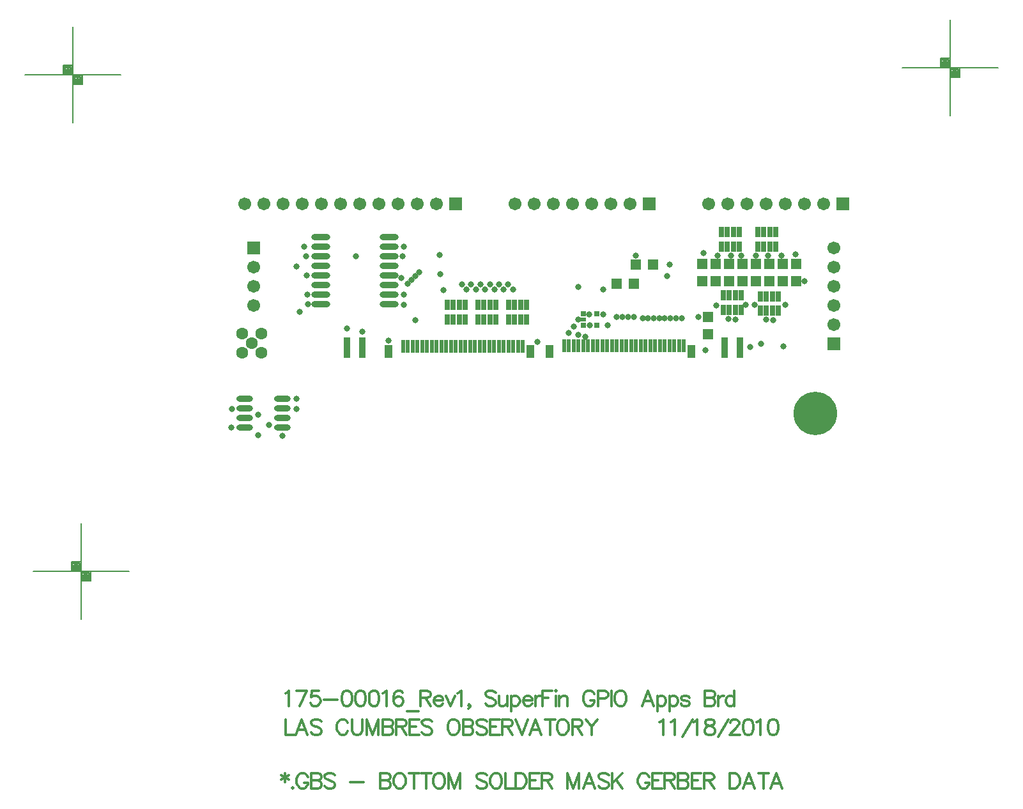
<source format=gbs>
%FSLAX23Y23*%
%MOIN*%
G70*
G01*
G75*
G04 Layer_Color=16711935*
%ADD10R,0.030X0.060*%
%ADD11R,0.048X0.078*%
%ADD12O,0.098X0.028*%
%ADD13R,0.031X0.060*%
%ADD14R,0.014X0.060*%
%ADD15R,0.030X0.100*%
%ADD16R,0.039X0.059*%
%ADD17R,0.050X0.050*%
%ADD18R,0.050X0.050*%
%ADD19C,0.020*%
%ADD20C,0.005*%
%ADD21C,0.010*%
%ADD22C,0.012*%
%ADD23C,0.008*%
%ADD24C,0.012*%
%ADD25C,0.012*%
%ADD26C,0.055*%
%ADD27C,0.059*%
%ADD28R,0.059X0.059*%
%ADD29R,0.059X0.059*%
%ADD30C,0.219*%
%ADD31C,0.024*%
%ADD32C,0.040*%
G04:AMPARAMS|DCode=33|XSize=93.465mil|YSize=93.465mil|CornerRadius=0mil|HoleSize=0mil|Usage=FLASHONLY|Rotation=0.000|XOffset=0mil|YOffset=0mil|HoleType=Round|Shape=Relief|Width=10mil|Gap=10mil|Entries=4|*
%AMTHD33*
7,0,0,0.093,0.073,0.010,45*
%
%ADD33THD33*%
%ADD34C,0.073*%
%ADD35C,0.075*%
G04:AMPARAMS|DCode=36|XSize=95.433mil|YSize=95.433mil|CornerRadius=0mil|HoleSize=0mil|Usage=FLASHONLY|Rotation=0.000|XOffset=0mil|YOffset=0mil|HoleType=Round|Shape=Relief|Width=10mil|Gap=10mil|Entries=4|*
%AMTHD36*
7,0,0,0.095,0.075,0.010,45*
%
%ADD36THD36*%
%ADD37C,0.206*%
G04:AMPARAMS|DCode=38|XSize=70mil|YSize=70mil|CornerRadius=0mil|HoleSize=0mil|Usage=FLASHONLY|Rotation=0.000|XOffset=0mil|YOffset=0mil|HoleType=Round|Shape=Relief|Width=10mil|Gap=10mil|Entries=4|*
%AMTHD38*
7,0,0,0.070,0.050,0.010,45*
%
%ADD38THD38*%
%ADD39C,0.050*%
%ADD40O,0.091X0.024*%
%ADD41R,0.020X0.016*%
%ADD42R,0.020X0.020*%
%ADD43O,0.079X0.024*%
%ADD44R,0.017X0.045*%
%ADD45C,0.007*%
%ADD46C,0.010*%
%ADD47C,0.010*%
%ADD48C,0.008*%
%ADD49C,0.007*%
%ADD50C,0.006*%
%ADD51R,0.189X0.132*%
%ADD52R,0.038X0.068*%
%ADD53R,0.056X0.086*%
%ADD54O,0.106X0.036*%
%ADD55R,0.039X0.068*%
%ADD56R,0.022X0.068*%
%ADD57R,0.038X0.108*%
%ADD58R,0.047X0.067*%
%ADD59R,0.058X0.058*%
%ADD60R,0.058X0.058*%
%ADD61C,0.063*%
%ADD62C,0.067*%
%ADD63R,0.067X0.067*%
%ADD64R,0.067X0.067*%
%ADD65C,0.227*%
%ADD66C,0.032*%
%ADD67O,0.099X0.032*%
%ADD68R,0.028X0.024*%
%ADD69R,0.028X0.028*%
%ADD70O,0.087X0.032*%
%ADD71R,0.025X0.053*%
D22*
X21602Y13720D02*
Y13675D01*
X21583Y13709D02*
X21621Y13686D01*
Y13709D02*
X21583Y13686D01*
X21641Y13648D02*
X21637Y13644D01*
X21641Y13640D01*
X21645Y13644D01*
X21641Y13648D01*
X21720Y13701D02*
X21716Y13709D01*
X21708Y13716D01*
X21701Y13720D01*
X21685D01*
X21678Y13716D01*
X21670Y13709D01*
X21666Y13701D01*
X21662Y13690D01*
Y13671D01*
X21666Y13659D01*
X21670Y13652D01*
X21678Y13644D01*
X21685Y13640D01*
X21701D01*
X21708Y13644D01*
X21716Y13652D01*
X21720Y13659D01*
Y13671D01*
X21701D02*
X21720D01*
X21738Y13720D02*
Y13640D01*
Y13720D02*
X21772D01*
X21784Y13716D01*
X21787Y13713D01*
X21791Y13705D01*
Y13697D01*
X21787Y13690D01*
X21784Y13686D01*
X21772Y13682D01*
X21738D02*
X21772D01*
X21784Y13678D01*
X21787Y13675D01*
X21791Y13667D01*
Y13656D01*
X21787Y13648D01*
X21784Y13644D01*
X21772Y13640D01*
X21738D01*
X21862Y13709D02*
X21855Y13716D01*
X21843Y13720D01*
X21828D01*
X21817Y13716D01*
X21809Y13709D01*
Y13701D01*
X21813Y13694D01*
X21817Y13690D01*
X21824Y13686D01*
X21847Y13678D01*
X21855Y13675D01*
X21859Y13671D01*
X21862Y13663D01*
Y13652D01*
X21855Y13644D01*
X21843Y13640D01*
X21828D01*
X21817Y13644D01*
X21809Y13652D01*
X21943Y13675D02*
X22012D01*
X22098Y13720D02*
Y13640D01*
Y13720D02*
X22132D01*
X22144Y13716D01*
X22148Y13713D01*
X22152Y13705D01*
Y13697D01*
X22148Y13690D01*
X22144Y13686D01*
X22132Y13682D01*
X22098D02*
X22132D01*
X22144Y13678D01*
X22148Y13675D01*
X22152Y13667D01*
Y13656D01*
X22148Y13648D01*
X22144Y13644D01*
X22132Y13640D01*
X22098D01*
X22192Y13720D02*
X22185Y13716D01*
X22177Y13709D01*
X22173Y13701D01*
X22169Y13690D01*
Y13671D01*
X22173Y13659D01*
X22177Y13652D01*
X22185Y13644D01*
X22192Y13640D01*
X22208D01*
X22215Y13644D01*
X22223Y13652D01*
X22227Y13659D01*
X22230Y13671D01*
Y13690D01*
X22227Y13701D01*
X22223Y13709D01*
X22215Y13716D01*
X22208Y13720D01*
X22192D01*
X22276D02*
Y13640D01*
X22249Y13720D02*
X22302D01*
X22339D02*
Y13640D01*
X22312Y13720D02*
X22365D01*
X22398D02*
X22390Y13716D01*
X22382Y13709D01*
X22379Y13701D01*
X22375Y13690D01*
Y13671D01*
X22379Y13659D01*
X22382Y13652D01*
X22390Y13644D01*
X22398Y13640D01*
X22413D01*
X22420Y13644D01*
X22428Y13652D01*
X22432Y13659D01*
X22436Y13671D01*
Y13690D01*
X22432Y13701D01*
X22428Y13709D01*
X22420Y13716D01*
X22413Y13720D01*
X22398D01*
X22454D02*
Y13640D01*
Y13720D02*
X22485Y13640D01*
X22515Y13720D02*
X22485Y13640D01*
X22515Y13720D02*
Y13640D01*
X22654Y13709D02*
X22647Y13716D01*
X22635Y13720D01*
X22620D01*
X22609Y13716D01*
X22601Y13709D01*
Y13701D01*
X22605Y13694D01*
X22609Y13690D01*
X22616Y13686D01*
X22639Y13678D01*
X22647Y13675D01*
X22650Y13671D01*
X22654Y13663D01*
Y13652D01*
X22647Y13644D01*
X22635Y13640D01*
X22620D01*
X22609Y13644D01*
X22601Y13652D01*
X22695Y13720D02*
X22687Y13716D01*
X22680Y13709D01*
X22676Y13701D01*
X22672Y13690D01*
Y13671D01*
X22676Y13659D01*
X22680Y13652D01*
X22687Y13644D01*
X22695Y13640D01*
X22710D01*
X22718Y13644D01*
X22725Y13652D01*
X22729Y13659D01*
X22733Y13671D01*
Y13690D01*
X22729Y13701D01*
X22725Y13709D01*
X22718Y13716D01*
X22710Y13720D01*
X22695D01*
X22752D02*
Y13640D01*
X22797D01*
X22806Y13720D02*
Y13640D01*
Y13720D02*
X22833D01*
X22844Y13716D01*
X22852Y13709D01*
X22856Y13701D01*
X22860Y13690D01*
Y13671D01*
X22856Y13659D01*
X22852Y13652D01*
X22844Y13644D01*
X22833Y13640D01*
X22806D01*
X22927Y13720D02*
X22877D01*
Y13640D01*
X22927D01*
X22877Y13682D02*
X22908D01*
X22940Y13720D02*
Y13640D01*
Y13720D02*
X22975D01*
X22986Y13716D01*
X22990Y13713D01*
X22994Y13705D01*
Y13697D01*
X22990Y13690D01*
X22986Y13686D01*
X22975Y13682D01*
X22940D01*
X22967D02*
X22994Y13640D01*
X23074Y13720D02*
Y13640D01*
Y13720D02*
X23105Y13640D01*
X23135Y13720D02*
X23105Y13640D01*
X23135Y13720D02*
Y13640D01*
X23219D02*
X23189Y13720D01*
X23158Y13640D01*
X23170Y13667D02*
X23208D01*
X23291Y13709D02*
X23283Y13716D01*
X23272Y13720D01*
X23257D01*
X23245Y13716D01*
X23238Y13709D01*
Y13701D01*
X23242Y13694D01*
X23245Y13690D01*
X23253Y13686D01*
X23276Y13678D01*
X23283Y13675D01*
X23287Y13671D01*
X23291Y13663D01*
Y13652D01*
X23283Y13644D01*
X23272Y13640D01*
X23257D01*
X23245Y13644D01*
X23238Y13652D01*
X23309Y13720D02*
Y13640D01*
X23362Y13720D02*
X23309Y13667D01*
X23328Y13686D02*
X23362Y13640D01*
X23500Y13701D02*
X23496Y13709D01*
X23489Y13716D01*
X23481Y13720D01*
X23466D01*
X23458Y13716D01*
X23451Y13709D01*
X23447Y13701D01*
X23443Y13690D01*
Y13671D01*
X23447Y13659D01*
X23451Y13652D01*
X23458Y13644D01*
X23466Y13640D01*
X23481D01*
X23489Y13644D01*
X23496Y13652D01*
X23500Y13659D01*
Y13671D01*
X23481D02*
X23500D01*
X23568Y13720D02*
X23518D01*
Y13640D01*
X23568D01*
X23518Y13682D02*
X23549D01*
X23581Y13720D02*
Y13640D01*
Y13720D02*
X23616D01*
X23627Y13716D01*
X23631Y13713D01*
X23635Y13705D01*
Y13697D01*
X23631Y13690D01*
X23627Y13686D01*
X23616Y13682D01*
X23581D01*
X23608D02*
X23635Y13640D01*
X23653Y13720D02*
Y13640D01*
Y13720D02*
X23687D01*
X23698Y13716D01*
X23702Y13713D01*
X23706Y13705D01*
Y13697D01*
X23702Y13690D01*
X23698Y13686D01*
X23687Y13682D01*
X23653D02*
X23687D01*
X23698Y13678D01*
X23702Y13675D01*
X23706Y13667D01*
Y13656D01*
X23702Y13648D01*
X23698Y13644D01*
X23687Y13640D01*
X23653D01*
X23773Y13720D02*
X23724D01*
Y13640D01*
X23773D01*
X23724Y13682D02*
X23754D01*
X23787Y13720D02*
Y13640D01*
Y13720D02*
X23821D01*
X23832Y13716D01*
X23836Y13713D01*
X23840Y13705D01*
Y13697D01*
X23836Y13690D01*
X23832Y13686D01*
X23821Y13682D01*
X23787D01*
X23813D02*
X23840Y13640D01*
X23921Y13720D02*
Y13640D01*
Y13720D02*
X23947D01*
X23959Y13716D01*
X23966Y13709D01*
X23970Y13701D01*
X23974Y13690D01*
Y13671D01*
X23970Y13659D01*
X23966Y13652D01*
X23959Y13644D01*
X23947Y13640D01*
X23921D01*
X24053D02*
X24022Y13720D01*
X23992Y13640D01*
X24003Y13667D02*
X24041D01*
X24098Y13720D02*
Y13640D01*
X24071Y13720D02*
X24125D01*
X24195Y13640D02*
X24165Y13720D01*
X24134Y13640D01*
X24146Y13667D02*
X24184D01*
D23*
X24820Y17399D02*
X25320D01*
X25070Y17149D02*
Y17649D01*
X25020Y17399D02*
Y17449D01*
X25070D01*
X25120Y17349D02*
Y17399D01*
X25070Y17349D02*
X25120D01*
X25075Y17394D02*
X25115D01*
Y17354D02*
Y17394D01*
X25075Y17354D02*
X25115D01*
X25075D02*
Y17394D01*
X25080Y17389D02*
X25110D01*
Y17359D02*
Y17389D01*
X25080Y17359D02*
X25110D01*
X25080D02*
Y17384D01*
X25085D02*
X25105D01*
Y17364D02*
Y17384D01*
X25085Y17364D02*
X25105D01*
X25085D02*
Y17379D01*
X25090D02*
X25100D01*
Y17369D02*
Y17379D01*
X25090Y17369D02*
X25100D01*
X25090D02*
Y17379D01*
Y17374D02*
X25100D01*
X25025Y17444D02*
X25065D01*
Y17404D02*
Y17444D01*
X25025Y17404D02*
X25065D01*
X25025D02*
Y17444D01*
X25030Y17439D02*
X25060D01*
Y17409D02*
Y17439D01*
X25030Y17409D02*
X25060D01*
X25030D02*
Y17434D01*
X25035D02*
X25055D01*
Y17414D02*
Y17434D01*
X25035Y17414D02*
X25055D01*
X25035D02*
Y17429D01*
X25040D02*
X25050D01*
Y17419D02*
Y17429D01*
X25040Y17419D02*
X25050D01*
X25040D02*
Y17429D01*
Y17424D02*
X25050D01*
X20287Y14772D02*
X20787D01*
X20537Y14522D02*
Y15022D01*
X20487Y14772D02*
Y14822D01*
X20537D01*
X20587Y14722D02*
Y14772D01*
X20537Y14722D02*
X20587D01*
X20542Y14767D02*
X20582D01*
Y14727D02*
Y14767D01*
X20542Y14727D02*
X20582D01*
X20542D02*
Y14767D01*
X20547Y14762D02*
X20577D01*
Y14732D02*
Y14762D01*
X20547Y14732D02*
X20577D01*
X20547D02*
Y14757D01*
X20552D02*
X20572D01*
Y14737D02*
Y14757D01*
X20552Y14737D02*
X20572D01*
X20552D02*
Y14752D01*
X20557D02*
X20567D01*
Y14742D02*
Y14752D01*
X20557Y14742D02*
X20567D01*
X20557D02*
Y14752D01*
Y14747D02*
X20567D01*
X20492Y14817D02*
X20532D01*
Y14777D02*
Y14817D01*
X20492Y14777D02*
X20532D01*
X20492D02*
Y14817D01*
X20497Y14812D02*
X20527D01*
Y14782D02*
Y14812D01*
X20497Y14782D02*
X20527D01*
X20497D02*
Y14807D01*
X20502D02*
X20522D01*
Y14787D02*
Y14807D01*
X20502Y14787D02*
X20522D01*
X20502D02*
Y14802D01*
X20507D02*
X20517D01*
Y14792D02*
Y14802D01*
X20507Y14792D02*
X20517D01*
X20507D02*
Y14802D01*
Y14797D02*
X20517D01*
X20246Y17365D02*
X20746D01*
X20496Y17115D02*
Y17615D01*
X20446Y17365D02*
Y17415D01*
X20496D01*
X20546Y17315D02*
Y17365D01*
X20496Y17315D02*
X20546D01*
X20501Y17360D02*
X20541D01*
Y17320D02*
Y17360D01*
X20501Y17320D02*
X20541D01*
X20501D02*
Y17360D01*
X20506Y17355D02*
X20536D01*
Y17325D02*
Y17355D01*
X20506Y17325D02*
X20536D01*
X20506D02*
Y17350D01*
X20511D02*
X20531D01*
Y17330D02*
Y17350D01*
X20511Y17330D02*
X20531D01*
X20511D02*
Y17345D01*
X20516D02*
X20526D01*
Y17335D02*
Y17345D01*
X20516Y17335D02*
X20526D01*
X20516D02*
Y17345D01*
Y17340D02*
X20526D01*
X20451Y17410D02*
X20491D01*
Y17370D02*
Y17410D01*
X20451Y17370D02*
X20491D01*
X20451D02*
Y17410D01*
X20456Y17405D02*
X20486D01*
Y17375D02*
Y17405D01*
X20456Y17375D02*
X20486D01*
X20456D02*
Y17400D01*
X20461D02*
X20481D01*
Y17380D02*
Y17400D01*
X20461Y17380D02*
X20481D01*
X20461D02*
Y17395D01*
X20466D02*
X20476D01*
Y17385D02*
Y17395D01*
X20466Y17385D02*
X20476D01*
X20466D02*
Y17395D01*
Y17390D02*
X20476D01*
D24*
X21604Y14001D02*
Y13921D01*
X21650D01*
X21719D02*
X21689Y14001D01*
X21658Y13921D01*
X21670Y13948D02*
X21708D01*
X21791Y13989D02*
X21784Y13997D01*
X21772Y14001D01*
X21757D01*
X21746Y13997D01*
X21738Y13989D01*
Y13982D01*
X21742Y13974D01*
X21746Y13970D01*
X21753Y13967D01*
X21776Y13959D01*
X21784Y13955D01*
X21787Y13951D01*
X21791Y13944D01*
Y13932D01*
X21784Y13925D01*
X21772Y13921D01*
X21757D01*
X21746Y13925D01*
X21738Y13932D01*
X21929Y13982D02*
X21925Y13989D01*
X21918Y13997D01*
X21910Y14001D01*
X21895D01*
X21887Y13997D01*
X21880Y13989D01*
X21876Y13982D01*
X21872Y13970D01*
Y13951D01*
X21876Y13940D01*
X21880Y13932D01*
X21887Y13925D01*
X21895Y13921D01*
X21910D01*
X21918Y13925D01*
X21925Y13932D01*
X21929Y13940D01*
X21952Y14001D02*
Y13944D01*
X21955Y13932D01*
X21963Y13925D01*
X21974Y13921D01*
X21982D01*
X21994Y13925D01*
X22001Y13932D01*
X22005Y13944D01*
Y14001D01*
X22027D02*
Y13921D01*
Y14001D02*
X22058Y13921D01*
X22088Y14001D02*
X22058Y13921D01*
X22088Y14001D02*
Y13921D01*
X22111Y14001D02*
Y13921D01*
Y14001D02*
X22145D01*
X22157Y13997D01*
X22160Y13993D01*
X22164Y13986D01*
Y13978D01*
X22160Y13970D01*
X22157Y13967D01*
X22145Y13963D01*
X22111D02*
X22145D01*
X22157Y13959D01*
X22160Y13955D01*
X22164Y13948D01*
Y13936D01*
X22160Y13928D01*
X22157Y13925D01*
X22145Y13921D01*
X22111D01*
X22182Y14001D02*
Y13921D01*
Y14001D02*
X22216D01*
X22228Y13997D01*
X22232Y13993D01*
X22235Y13986D01*
Y13978D01*
X22232Y13970D01*
X22228Y13967D01*
X22216Y13963D01*
X22182D01*
X22209D02*
X22235Y13921D01*
X22303Y14001D02*
X22253D01*
Y13921D01*
X22303D01*
X22253Y13963D02*
X22284D01*
X22369Y13989D02*
X22362Y13997D01*
X22350Y14001D01*
X22335D01*
X22324Y13997D01*
X22316Y13989D01*
Y13982D01*
X22320Y13974D01*
X22324Y13970D01*
X22331Y13967D01*
X22354Y13959D01*
X22362Y13955D01*
X22366Y13951D01*
X22369Y13944D01*
Y13932D01*
X22362Y13925D01*
X22350Y13921D01*
X22335D01*
X22324Y13925D01*
X22316Y13932D01*
X22473Y14001D02*
X22465Y13997D01*
X22458Y13989D01*
X22454Y13982D01*
X22450Y13970D01*
Y13951D01*
X22454Y13940D01*
X22458Y13932D01*
X22465Y13925D01*
X22473Y13921D01*
X22488D01*
X22496Y13925D01*
X22504Y13932D01*
X22507Y13940D01*
X22511Y13951D01*
Y13970D01*
X22507Y13982D01*
X22504Y13989D01*
X22496Y13997D01*
X22488Y14001D01*
X22473D01*
X22530D02*
Y13921D01*
Y14001D02*
X22564D01*
X22576Y13997D01*
X22579Y13993D01*
X22583Y13986D01*
Y13978D01*
X22579Y13970D01*
X22576Y13967D01*
X22564Y13963D01*
X22530D02*
X22564D01*
X22576Y13959D01*
X22579Y13955D01*
X22583Y13948D01*
Y13936D01*
X22579Y13928D01*
X22576Y13925D01*
X22564Y13921D01*
X22530D01*
X22654Y13989D02*
X22647Y13997D01*
X22635Y14001D01*
X22620D01*
X22609Y13997D01*
X22601Y13989D01*
Y13982D01*
X22605Y13974D01*
X22609Y13970D01*
X22616Y13967D01*
X22639Y13959D01*
X22647Y13955D01*
X22651Y13951D01*
X22654Y13944D01*
Y13932D01*
X22647Y13925D01*
X22635Y13921D01*
X22620D01*
X22609Y13925D01*
X22601Y13932D01*
X22722Y14001D02*
X22672D01*
Y13921D01*
X22722D01*
X22672Y13963D02*
X22703D01*
X22735Y14001D02*
Y13921D01*
Y14001D02*
X22769D01*
X22781Y13997D01*
X22785Y13993D01*
X22788Y13986D01*
Y13978D01*
X22785Y13970D01*
X22781Y13967D01*
X22769Y13963D01*
X22735D01*
X22762D02*
X22788Y13921D01*
X22806Y14001D02*
X22837Y13921D01*
X22867Y14001D02*
X22837Y13921D01*
X22938D02*
X22908Y14001D01*
X22878Y13921D01*
X22889Y13948D02*
X22927D01*
X22984Y14001D02*
Y13921D01*
X22957Y14001D02*
X23010D01*
X23043D02*
X23035Y13997D01*
X23028Y13989D01*
X23024Y13982D01*
X23020Y13970D01*
Y13951D01*
X23024Y13940D01*
X23028Y13932D01*
X23035Y13925D01*
X23043Y13921D01*
X23058D01*
X23066Y13925D01*
X23073Y13932D01*
X23077Y13940D01*
X23081Y13951D01*
Y13970D01*
X23077Y13982D01*
X23073Y13989D01*
X23066Y13997D01*
X23058Y14001D01*
X23043D01*
X23100D02*
Y13921D01*
Y14001D02*
X23134D01*
X23145Y13997D01*
X23149Y13993D01*
X23153Y13986D01*
Y13978D01*
X23149Y13970D01*
X23145Y13967D01*
X23134Y13963D01*
X23100D01*
X23126D02*
X23153Y13921D01*
X23171Y14001D02*
X23201Y13963D01*
Y13921D01*
X23232Y14001D02*
X23201Y13963D01*
X23556Y13986D02*
X23564Y13989D01*
X23575Y14001D01*
Y13921D01*
X23615Y13986D02*
X23623Y13989D01*
X23634Y14001D01*
Y13921D01*
X23674Y13909D02*
X23727Y14001D01*
X23732Y13986D02*
X23740Y13989D01*
X23751Y14001D01*
Y13921D01*
X23810Y14001D02*
X23798Y13997D01*
X23795Y13989D01*
Y13982D01*
X23798Y13974D01*
X23806Y13970D01*
X23821Y13967D01*
X23833Y13963D01*
X23840Y13955D01*
X23844Y13948D01*
Y13936D01*
X23840Y13928D01*
X23837Y13925D01*
X23825Y13921D01*
X23810D01*
X23798Y13925D01*
X23795Y13928D01*
X23791Y13936D01*
Y13948D01*
X23795Y13955D01*
X23802Y13963D01*
X23814Y13967D01*
X23829Y13970D01*
X23837Y13974D01*
X23840Y13982D01*
Y13989D01*
X23837Y13997D01*
X23825Y14001D01*
X23810D01*
X23862Y13909D02*
X23915Y14001D01*
X23925Y13982D02*
Y13986D01*
X23928Y13993D01*
X23932Y13997D01*
X23940Y14001D01*
X23955D01*
X23963Y13997D01*
X23966Y13993D01*
X23970Y13986D01*
Y13978D01*
X23966Y13970D01*
X23959Y13959D01*
X23921Y13921D01*
X23974D01*
X24015Y14001D02*
X24003Y13997D01*
X23996Y13986D01*
X23992Y13967D01*
Y13955D01*
X23996Y13936D01*
X24003Y13925D01*
X24015Y13921D01*
X24022D01*
X24034Y13925D01*
X24041Y13936D01*
X24045Y13955D01*
Y13967D01*
X24041Y13986D01*
X24034Y13997D01*
X24022Y14001D01*
X24015D01*
X24063Y13986D02*
X24071Y13989D01*
X24082Y14001D01*
Y13921D01*
X24145Y14001D02*
X24133Y13997D01*
X24126Y13986D01*
X24122Y13967D01*
Y13955D01*
X24126Y13936D01*
X24133Y13925D01*
X24145Y13921D01*
X24152D01*
X24164Y13925D01*
X24171Y13936D01*
X24175Y13955D01*
Y13967D01*
X24171Y13986D01*
X24164Y13997D01*
X24152Y14001D01*
X24145D01*
D25*
X21604Y14136D02*
X21612Y14139D01*
X21623Y14151D01*
Y14071D01*
X21716Y14151D02*
X21678Y14071D01*
X21663Y14151D02*
X21716D01*
X21779D02*
X21741D01*
X21738Y14117D01*
X21741Y14120D01*
X21753Y14124D01*
X21764D01*
X21776Y14120D01*
X21783Y14113D01*
X21787Y14101D01*
Y14094D01*
X21783Y14082D01*
X21776Y14075D01*
X21764Y14071D01*
X21753D01*
X21741Y14075D01*
X21738Y14079D01*
X21734Y14086D01*
X21805Y14105D02*
X21874D01*
X21920Y14151D02*
X21909Y14147D01*
X21901Y14136D01*
X21897Y14117D01*
Y14105D01*
X21901Y14086D01*
X21909Y14075D01*
X21920Y14071D01*
X21928D01*
X21939Y14075D01*
X21947Y14086D01*
X21950Y14105D01*
Y14117D01*
X21947Y14136D01*
X21939Y14147D01*
X21928Y14151D01*
X21920D01*
X21991D02*
X21980Y14147D01*
X21972Y14136D01*
X21968Y14117D01*
Y14105D01*
X21972Y14086D01*
X21980Y14075D01*
X21991Y14071D01*
X21999D01*
X22010Y14075D01*
X22018Y14086D01*
X22022Y14105D01*
Y14117D01*
X22018Y14136D01*
X22010Y14147D01*
X21999Y14151D01*
X21991D01*
X22062D02*
X22051Y14147D01*
X22043Y14136D01*
X22040Y14117D01*
Y14105D01*
X22043Y14086D01*
X22051Y14075D01*
X22062Y14071D01*
X22070D01*
X22082Y14075D01*
X22089Y14086D01*
X22093Y14105D01*
Y14117D01*
X22089Y14136D01*
X22082Y14147D01*
X22070Y14151D01*
X22062D01*
X22111Y14136D02*
X22118Y14139D01*
X22130Y14151D01*
Y14071D01*
X22215Y14139D02*
X22211Y14147D01*
X22200Y14151D01*
X22192D01*
X22181Y14147D01*
X22173Y14136D01*
X22169Y14117D01*
Y14098D01*
X22173Y14082D01*
X22181Y14075D01*
X22192Y14071D01*
X22196D01*
X22208Y14075D01*
X22215Y14082D01*
X22219Y14094D01*
Y14098D01*
X22215Y14109D01*
X22208Y14117D01*
X22196Y14120D01*
X22192D01*
X22181Y14117D01*
X22173Y14109D01*
X22169Y14098D01*
X22237Y14044D02*
X22297D01*
X22308Y14151D02*
Y14071D01*
Y14151D02*
X22342D01*
X22353Y14147D01*
X22357Y14143D01*
X22361Y14136D01*
Y14128D01*
X22357Y14120D01*
X22353Y14117D01*
X22342Y14113D01*
X22308D01*
X22334D02*
X22361Y14071D01*
X22379Y14101D02*
X22425D01*
Y14109D01*
X22421Y14117D01*
X22417Y14120D01*
X22409Y14124D01*
X22398D01*
X22390Y14120D01*
X22383Y14113D01*
X22379Y14101D01*
Y14094D01*
X22383Y14082D01*
X22390Y14075D01*
X22398Y14071D01*
X22409D01*
X22417Y14075D01*
X22425Y14082D01*
X22442Y14124D02*
X22465Y14071D01*
X22488Y14124D02*
X22465Y14071D01*
X22500Y14136D02*
X22508Y14139D01*
X22520Y14151D01*
Y14071D01*
X22567Y14075D02*
X22563Y14071D01*
X22559Y14075D01*
X22563Y14079D01*
X22567Y14075D01*
Y14067D01*
X22563Y14059D01*
X22559Y14056D01*
X22700Y14139D02*
X22693Y14147D01*
X22681Y14151D01*
X22666D01*
X22655Y14147D01*
X22647Y14139D01*
Y14132D01*
X22651Y14124D01*
X22655Y14120D01*
X22662Y14117D01*
X22685Y14109D01*
X22693Y14105D01*
X22697Y14101D01*
X22700Y14094D01*
Y14082D01*
X22693Y14075D01*
X22681Y14071D01*
X22666D01*
X22655Y14075D01*
X22647Y14082D01*
X22718Y14124D02*
Y14086D01*
X22722Y14075D01*
X22730Y14071D01*
X22741D01*
X22749Y14075D01*
X22760Y14086D01*
Y14124D02*
Y14071D01*
X22781Y14124D02*
Y14044D01*
Y14113D02*
X22789Y14120D01*
X22796Y14124D01*
X22808D01*
X22815Y14120D01*
X22823Y14113D01*
X22827Y14101D01*
Y14094D01*
X22823Y14082D01*
X22815Y14075D01*
X22808Y14071D01*
X22796D01*
X22789Y14075D01*
X22781Y14082D01*
X22844Y14101D02*
X22890D01*
Y14109D01*
X22886Y14117D01*
X22882Y14120D01*
X22874Y14124D01*
X22863D01*
X22855Y14120D01*
X22848Y14113D01*
X22844Y14101D01*
Y14094D01*
X22848Y14082D01*
X22855Y14075D01*
X22863Y14071D01*
X22874D01*
X22882Y14075D01*
X22890Y14082D01*
X22907Y14124D02*
Y14071D01*
Y14101D02*
X22911Y14113D01*
X22918Y14120D01*
X22926Y14124D01*
X22937D01*
X22945Y14151D02*
Y14071D01*
Y14151D02*
X22994D01*
X22945Y14113D02*
X22975D01*
X23011Y14151D02*
X23015Y14147D01*
X23018Y14151D01*
X23015Y14155D01*
X23011Y14151D01*
X23015Y14124D02*
Y14071D01*
X23033Y14124D02*
Y14071D01*
Y14109D02*
X23044Y14120D01*
X23052Y14124D01*
X23063D01*
X23071Y14120D01*
X23074Y14109D01*
Y14071D01*
X23215Y14132D02*
X23212Y14139D01*
X23204Y14147D01*
X23196Y14151D01*
X23181D01*
X23173Y14147D01*
X23166Y14139D01*
X23162Y14132D01*
X23158Y14120D01*
Y14101D01*
X23162Y14090D01*
X23166Y14082D01*
X23173Y14075D01*
X23181Y14071D01*
X23196D01*
X23204Y14075D01*
X23212Y14082D01*
X23215Y14090D01*
Y14101D01*
X23196D02*
X23215D01*
X23234Y14109D02*
X23268D01*
X23279Y14113D01*
X23283Y14117D01*
X23287Y14124D01*
Y14136D01*
X23283Y14143D01*
X23279Y14147D01*
X23268Y14151D01*
X23234D01*
Y14071D01*
X23305Y14151D02*
Y14071D01*
X23344Y14151D02*
X23337Y14147D01*
X23329Y14139D01*
X23325Y14132D01*
X23322Y14120D01*
Y14101D01*
X23325Y14090D01*
X23329Y14082D01*
X23337Y14075D01*
X23344Y14071D01*
X23360D01*
X23367Y14075D01*
X23375Y14082D01*
X23379Y14090D01*
X23383Y14101D01*
Y14120D01*
X23379Y14132D01*
X23375Y14139D01*
X23367Y14147D01*
X23360Y14151D01*
X23344D01*
X23525Y14071D02*
X23495Y14151D01*
X23464Y14071D01*
X23476Y14098D02*
X23514D01*
X23544Y14124D02*
Y14044D01*
Y14113D02*
X23551Y14120D01*
X23559Y14124D01*
X23570D01*
X23578Y14120D01*
X23586Y14113D01*
X23589Y14101D01*
Y14094D01*
X23586Y14082D01*
X23578Y14075D01*
X23570Y14071D01*
X23559D01*
X23551Y14075D01*
X23544Y14082D01*
X23607Y14124D02*
Y14044D01*
Y14113D02*
X23614Y14120D01*
X23622Y14124D01*
X23633D01*
X23641Y14120D01*
X23648Y14113D01*
X23652Y14101D01*
Y14094D01*
X23648Y14082D01*
X23641Y14075D01*
X23633Y14071D01*
X23622D01*
X23614Y14075D01*
X23607Y14082D01*
X23711Y14113D02*
X23707Y14120D01*
X23696Y14124D01*
X23685D01*
X23673Y14120D01*
X23669Y14113D01*
X23673Y14105D01*
X23681Y14101D01*
X23700Y14098D01*
X23707Y14094D01*
X23711Y14086D01*
Y14082D01*
X23707Y14075D01*
X23696Y14071D01*
X23685D01*
X23673Y14075D01*
X23669Y14082D01*
X23791Y14151D02*
Y14071D01*
Y14151D02*
X23825D01*
X23837Y14147D01*
X23840Y14143D01*
X23844Y14136D01*
Y14128D01*
X23840Y14120D01*
X23837Y14117D01*
X23825Y14113D01*
X23791D02*
X23825D01*
X23837Y14109D01*
X23840Y14105D01*
X23844Y14098D01*
Y14086D01*
X23840Y14079D01*
X23837Y14075D01*
X23825Y14071D01*
X23791D01*
X23862Y14124D02*
Y14071D01*
Y14101D02*
X23866Y14113D01*
X23874Y14120D01*
X23881Y14124D01*
X23893D01*
X23945Y14151D02*
Y14071D01*
Y14113D02*
X23938Y14120D01*
X23930Y14124D01*
X23919D01*
X23911Y14120D01*
X23904Y14113D01*
X23900Y14101D01*
Y14094D01*
X23904Y14082D01*
X23911Y14075D01*
X23919Y14071D01*
X23930D01*
X23938Y14075D01*
X23945Y14082D01*
D55*
X22980Y15921D02*
D03*
X23720D02*
D03*
X22880D02*
D03*
X22140D02*
D03*
D56*
X22217Y15948D02*
D03*
X22242D02*
D03*
X22267D02*
D03*
X22292D02*
D03*
X22317D02*
D03*
X22342D02*
D03*
X22367D02*
D03*
X22392D02*
D03*
X22417D02*
D03*
X22442D02*
D03*
X22467D02*
D03*
X22492D02*
D03*
X22517D02*
D03*
X22542D02*
D03*
X22567D02*
D03*
X22592D02*
D03*
X22617D02*
D03*
X22642D02*
D03*
X22667D02*
D03*
X22692D02*
D03*
X22717D02*
D03*
X22742D02*
D03*
X22767D02*
D03*
X22792D02*
D03*
X22817D02*
D03*
X22842D02*
D03*
X23058Y15949D02*
D03*
X23083D02*
D03*
X23108D02*
D03*
X23133D02*
D03*
X23158D02*
D03*
X23183D02*
D03*
X23208D02*
D03*
X23233D02*
D03*
X23258D02*
D03*
X23283D02*
D03*
X23308D02*
D03*
X23333D02*
D03*
X23358D02*
D03*
X23383D02*
D03*
X23408D02*
D03*
X23433D02*
D03*
X23458D02*
D03*
X23483D02*
D03*
X23508D02*
D03*
X23533D02*
D03*
X23558D02*
D03*
X23583D02*
D03*
X23608D02*
D03*
X23633D02*
D03*
X23658D02*
D03*
X23683D02*
D03*
D57*
X21926Y15939D02*
D03*
X22005D02*
D03*
X23896Y15940D02*
D03*
X23975D02*
D03*
D59*
X23432Y16372D02*
D03*
X23522D02*
D03*
X23422Y16272D02*
D03*
X23332D02*
D03*
D60*
X23807Y16101D02*
D03*
Y16011D02*
D03*
X23777Y16377D02*
D03*
Y16287D02*
D03*
X23847Y16377D02*
D03*
Y16287D02*
D03*
X23917Y16377D02*
D03*
Y16287D02*
D03*
X23987Y16377D02*
D03*
Y16287D02*
D03*
X24057Y16377D02*
D03*
Y16287D02*
D03*
X24127Y16377D02*
D03*
Y16287D02*
D03*
X24197Y16377D02*
D03*
Y16287D02*
D03*
X24267Y16377D02*
D03*
Y16287D02*
D03*
D61*
X21477Y15912D02*
D03*
Y16012D02*
D03*
X21377D02*
D03*
Y15912D02*
D03*
X21427Y15962D02*
D03*
D62*
X23810Y16690D02*
D03*
X23910D02*
D03*
X24010D02*
D03*
X24110D02*
D03*
X24210D02*
D03*
X24310D02*
D03*
X24410D02*
D03*
X24466Y16061D02*
D03*
Y16161D02*
D03*
Y16261D02*
D03*
Y16361D02*
D03*
Y16461D02*
D03*
X21438Y16161D02*
D03*
Y16261D02*
D03*
Y16361D02*
D03*
X22391Y16690D02*
D03*
X22291D02*
D03*
X22191D02*
D03*
X22091D02*
D03*
X21991D02*
D03*
X21891D02*
D03*
X21791D02*
D03*
X21691D02*
D03*
X21591D02*
D03*
X21491D02*
D03*
X21391D02*
D03*
X22800Y16690D02*
D03*
X22900D02*
D03*
X23000D02*
D03*
X23100D02*
D03*
X23200D02*
D03*
X23300D02*
D03*
X23400D02*
D03*
D63*
X24510D02*
D03*
X22491Y16690D02*
D03*
X23500Y16690D02*
D03*
D64*
X24466Y15961D02*
D03*
X21438Y16461D02*
D03*
D65*
X24367Y15596D02*
D03*
D66*
X21589Y15481D02*
D03*
X21518Y15537D02*
D03*
X21462Y15483D02*
D03*
X21325Y15620D02*
D03*
X21321Y15524D02*
D03*
X21461Y15591D02*
D03*
X21663Y15621D02*
D03*
Y15673D02*
D03*
X22718Y16269D02*
D03*
X22694Y16245D02*
D03*
X22742D02*
D03*
X22645D02*
D03*
X22597D02*
D03*
X22549D02*
D03*
X22621Y16269D02*
D03*
X22670D02*
D03*
X22766D02*
D03*
X21679Y16126D02*
D03*
X21661Y16363D02*
D03*
X24264Y16428D02*
D03*
X24313Y16286D02*
D03*
X24192Y16421D02*
D03*
X24122D02*
D03*
X24057Y16420D02*
D03*
X23983D02*
D03*
X23929Y16421D02*
D03*
X23857Y16420D02*
D03*
X23784Y16435D02*
D03*
X23850Y16159D02*
D03*
X23952Y16088D02*
D03*
X24005Y16165D02*
D03*
X24053Y16163D02*
D03*
X24113Y16087D02*
D03*
X24147Y16084D02*
D03*
X24213Y16165D02*
D03*
X23583Y16093D02*
D03*
X23554D02*
D03*
X23525D02*
D03*
X23496D02*
D03*
X23467D02*
D03*
X23612D02*
D03*
X23641D02*
D03*
X23670D02*
D03*
X23333Y16100D02*
D03*
X23362D02*
D03*
X23391D02*
D03*
X23420D02*
D03*
X22525Y16269D02*
D03*
X22573D02*
D03*
X22790Y16245D02*
D03*
X22302Y16333D02*
D03*
X22281Y16313D02*
D03*
X22261Y16292D02*
D03*
X22240Y16272D02*
D03*
X23262Y16115D02*
D03*
X23284Y16056D02*
D03*
X23108Y16051D02*
D03*
X23082Y16016D02*
D03*
X23188Y16114D02*
D03*
X23191Y16058D02*
D03*
X23167Y15998D02*
D03*
X22917Y15971D02*
D03*
X23795Y15927D02*
D03*
X24028Y15943D02*
D03*
X22140Y15976D02*
D03*
X21710Y16417D02*
D03*
X21702Y16467D02*
D03*
X21715Y16318D02*
D03*
X21717Y16216D02*
D03*
X21720Y16168D02*
D03*
X22209Y16302D02*
D03*
X21973Y16418D02*
D03*
X22221Y16216D02*
D03*
Y16165D02*
D03*
X22216Y16418D02*
D03*
X22223Y16467D02*
D03*
X23609Y16373D02*
D03*
X23431Y16421D02*
D03*
X23132Y16258D02*
D03*
X23596Y16313D02*
D03*
X22004Y16022D02*
D03*
X21926Y16039D02*
D03*
X23131Y16087D02*
D03*
X23757Y16101D02*
D03*
X24085Y15961D02*
D03*
X24201Y15947D02*
D03*
X22281Y16082D02*
D03*
X22408Y16423D02*
D03*
X22429Y16239D02*
D03*
X22412Y16324D02*
D03*
X23131Y16006D02*
D03*
X23261Y16243D02*
D03*
X23916Y16089D02*
D03*
D67*
X22146Y16517D02*
D03*
Y16467D02*
D03*
Y16417D02*
D03*
Y16367D02*
D03*
Y16317D02*
D03*
Y16267D02*
D03*
Y16217D02*
D03*
Y16167D02*
D03*
X21787Y16517D02*
D03*
Y16467D02*
D03*
Y16417D02*
D03*
Y16367D02*
D03*
Y16317D02*
D03*
Y16267D02*
D03*
Y16217D02*
D03*
Y16167D02*
D03*
D68*
X23157Y16087D02*
D03*
D69*
Y16057D02*
D03*
Y16116D02*
D03*
X23227D02*
D03*
Y16057D02*
D03*
D70*
X21392Y15523D02*
D03*
Y15573D02*
D03*
Y15623D02*
D03*
Y15673D02*
D03*
X21589Y15523D02*
D03*
Y15573D02*
D03*
Y15623D02*
D03*
Y15673D02*
D03*
D71*
X24082Y16208D02*
D03*
X24113D02*
D03*
X24145D02*
D03*
X24176D02*
D03*
Y16132D02*
D03*
X24145D02*
D03*
X24113D02*
D03*
X24082D02*
D03*
X22447Y16163D02*
D03*
X22478D02*
D03*
X22510D02*
D03*
X22541D02*
D03*
Y16087D02*
D03*
X22510D02*
D03*
X22478D02*
D03*
X22447D02*
D03*
X22607Y16163D02*
D03*
X22638D02*
D03*
X22670D02*
D03*
X22701D02*
D03*
Y16087D02*
D03*
X22670D02*
D03*
X22638D02*
D03*
X22607D02*
D03*
X22767Y16163D02*
D03*
X22798D02*
D03*
X22830D02*
D03*
X22861D02*
D03*
Y16087D02*
D03*
X22830D02*
D03*
X22798D02*
D03*
X22767D02*
D03*
X23877Y16543D02*
D03*
X23908D02*
D03*
X23940D02*
D03*
X23971D02*
D03*
Y16467D02*
D03*
X23940D02*
D03*
X23908D02*
D03*
X23877D02*
D03*
X24067Y16543D02*
D03*
X24098D02*
D03*
X24130D02*
D03*
X24161D02*
D03*
Y16467D02*
D03*
X24130D02*
D03*
X24098D02*
D03*
X24067D02*
D03*
X23887Y16213D02*
D03*
X23918D02*
D03*
X23950D02*
D03*
X23981D02*
D03*
Y16137D02*
D03*
X23950D02*
D03*
X23918D02*
D03*
X23887D02*
D03*
M02*

</source>
